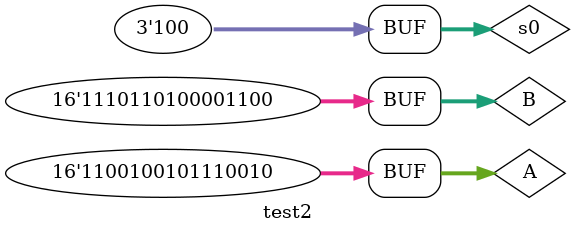
<source format=v>
`timescale 1ns / 1ps


module test2;
   //Inputs
	reg [15:0] A;
	reg [15:0] B;
	reg cin;
	reg [2:0] s0;
	
	// Outputs
	wire [15:0] acc;

	// Instantiate the Unit Under Test (UUT)
	ALU uut (
		.A(A),
		.B(B),
		.cin(cin),
		.s0(s0),
		.acc(acc)
	);

	initial begin
		// Initialize Inputs
		A=0;
		B=0;
		s0=0;
		// Wait 100 ns for global reset to finish
		#100;
        
		// Add stimulus here
		A = 16'b1100100101110010;
		B = 16'b1110110100001100;
		s0 = 4'b000;
		#100;
		
		A = 16'b1100100101110010;
		B = 16'b1110110100001100;
		s0 = 4'b001;
		#100;
		
		A = 16'b1100100101110010;
		B = 16'b1110110100001100;
		s0 = 4'b010;
		#100;
		
		A = 16'b1100100101110010;
		B = 16'b1110110100001100;
		s0 = 4'b011;
		#100;
		
		A = 16'b1100100101110010;
		B = 16'b1110110100001100;
		s0 = 4'b100;
		#100;
	end

      
endmodule


</source>
